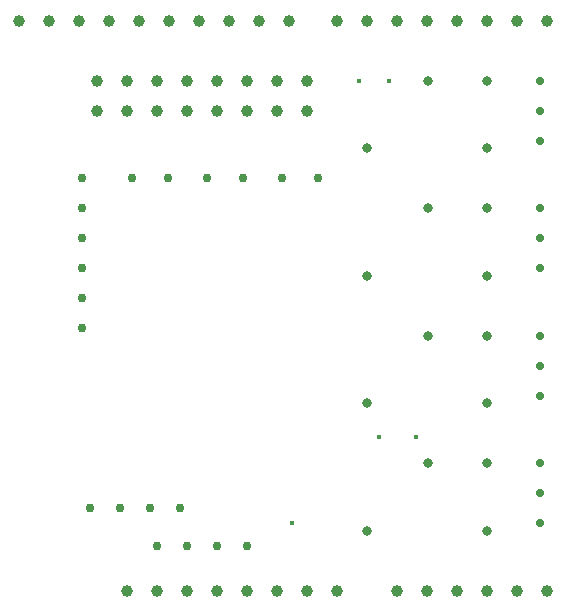
<source format=gbr>
%TF.GenerationSoftware,KiCad,Pcbnew,(7.0.0)*%
%TF.CreationDate,2023-09-07T10:06:40-05:00*%
%TF.ProjectId,AcousticSensor,41636f75-7374-4696-9353-656e736f722e,rev?*%
%TF.SameCoordinates,Original*%
%TF.FileFunction,Plated,1,4,PTH,Drill*%
%TF.FilePolarity,Positive*%
%FSLAX46Y46*%
G04 Gerber Fmt 4.6, Leading zero omitted, Abs format (unit mm)*
G04 Created by KiCad (PCBNEW (7.0.0)) date 2023-09-07 10:06:40*
%MOMM*%
%LPD*%
G01*
G04 APERTURE LIST*
%TA.AperFunction,ViaDrill*%
%ADD10C,0.400000*%
%TD*%
%TA.AperFunction,ComponentDrill*%
%ADD11C,0.710000*%
%TD*%
%TA.AperFunction,ComponentDrill*%
%ADD12C,0.762000*%
%TD*%
%TA.AperFunction,ComponentDrill*%
%ADD13C,0.800000*%
%TD*%
%TA.AperFunction,ComponentDrill*%
%ADD14C,1.000000*%
%TD*%
G04 APERTURE END LIST*
D10*
X141910000Y-91745000D03*
X147574000Y-54356000D03*
X149225000Y-84455000D03*
X150114000Y-54356000D03*
X152400000Y-84455000D03*
D11*
%TO.C,VR1*%
X162865000Y-54280000D03*
X162865000Y-56820000D03*
X162865000Y-59360000D03*
%TO.C,VR2*%
X162865000Y-65075000D03*
X162865000Y-67615000D03*
X162865000Y-70155000D03*
%TO.C,VR3*%
X162865000Y-75870000D03*
X162865000Y-78410000D03*
X162865000Y-80950000D03*
%TO.C,VR4*%
X162865000Y-86665000D03*
X162865000Y-89205000D03*
X162865000Y-91745000D03*
D12*
%TO.C,REF\u002A\u002A*%
X124130000Y-62535000D03*
X124130000Y-65075000D03*
X124130000Y-67615000D03*
X124130000Y-70155000D03*
X124130000Y-72695000D03*
X124130000Y-75235000D03*
%TO.C,U1*%
X124765000Y-90475000D03*
X127305000Y-90475000D03*
%TO.C,B1*%
X128345000Y-62535000D03*
%TO.C,U1*%
X129845000Y-90475000D03*
%TO.C,U2*%
X130480000Y-93650000D03*
%TO.C,B1*%
X131345000Y-62535000D03*
%TO.C,U1*%
X132385000Y-90475000D03*
%TO.C,U2*%
X133020000Y-93650000D03*
%TO.C,B2*%
X134695000Y-62535000D03*
%TO.C,U2*%
X135560000Y-93650000D03*
%TO.C,B2*%
X137695000Y-62535000D03*
%TO.C,U2*%
X138100000Y-93650000D03*
%TO.C,SW1*%
X141045000Y-62535000D03*
X144045000Y-62535000D03*
D13*
%TO.C,R1*%
X148260000Y-59995000D03*
%TO.C,R2*%
X148260000Y-70790000D03*
%TO.C,R3*%
X148260000Y-81585000D03*
%TO.C,R4*%
X148260000Y-92380000D03*
%TO.C,C2*%
X153380000Y-65075000D03*
%TO.C,C1*%
X153420000Y-54280000D03*
%TO.C,C3*%
X153420000Y-75870000D03*
%TO.C,C4*%
X153420000Y-86665000D03*
%TO.C,C2*%
X158380000Y-65075000D03*
%TO.C,C1*%
X158420000Y-54280000D03*
%TO.C,R1*%
X158420000Y-59995000D03*
%TO.C,R2*%
X158420000Y-70790000D03*
%TO.C,C3*%
X158420000Y-75870000D03*
%TO.C,R3*%
X158420000Y-81585000D03*
%TO.C,C4*%
X158420000Y-86665000D03*
%TO.C,R4*%
X158420000Y-92380000D03*
D14*
%TO.C,JP2*%
X118796000Y-49200000D03*
X121336000Y-49200000D03*
X123876000Y-49200000D03*
%TO.C,JP10*%
X125400000Y-54280000D03*
X125400000Y-56820000D03*
%TO.C,JP2*%
X126416000Y-49200000D03*
%TO.C,JP10*%
X127940000Y-54280000D03*
X127940000Y-56820000D03*
%TO.C,JP3*%
X127940000Y-97460000D03*
%TO.C,JP2*%
X128956000Y-49200000D03*
%TO.C,JP10*%
X130480000Y-54280000D03*
X130480000Y-56820000D03*
%TO.C,JP3*%
X130480000Y-97460000D03*
%TO.C,JP2*%
X131496000Y-49200000D03*
%TO.C,JP10*%
X133020000Y-54280000D03*
X133020000Y-56820000D03*
%TO.C,JP3*%
X133020000Y-97460000D03*
%TO.C,JP2*%
X134036000Y-49200000D03*
%TO.C,JP10*%
X135560000Y-54280000D03*
X135560000Y-56820000D03*
%TO.C,JP3*%
X135560000Y-97460000D03*
%TO.C,JP2*%
X136576000Y-49200000D03*
%TO.C,JP10*%
X138100000Y-54280000D03*
X138100000Y-56820000D03*
%TO.C,JP3*%
X138100000Y-97460000D03*
%TO.C,JP2*%
X139116000Y-49200000D03*
%TO.C,JP10*%
X140640000Y-54280000D03*
X140640000Y-56820000D03*
%TO.C,JP3*%
X140640000Y-97460000D03*
%TO.C,JP2*%
X141656000Y-49200000D03*
%TO.C,JP10*%
X143180000Y-54280000D03*
X143180000Y-56820000D03*
%TO.C,JP3*%
X143180000Y-97460000D03*
%TO.C,JP13*%
X145720000Y-49200000D03*
%TO.C,JP3*%
X145720000Y-97460000D03*
%TO.C,JP13*%
X148260000Y-49200000D03*
X150800000Y-49200000D03*
%TO.C,JP4*%
X150800000Y-97460000D03*
%TO.C,JP13*%
X153340000Y-49200000D03*
%TO.C,JP4*%
X153340000Y-97460000D03*
%TO.C,JP13*%
X155880000Y-49200000D03*
%TO.C,JP4*%
X155880000Y-97460000D03*
%TO.C,JP13*%
X158420000Y-49200000D03*
%TO.C,JP4*%
X158420000Y-97460000D03*
%TO.C,JP13*%
X160960000Y-49200000D03*
%TO.C,JP4*%
X160960000Y-97460000D03*
%TO.C,JP13*%
X163500000Y-49200000D03*
%TO.C,JP4*%
X163500000Y-97460000D03*
M02*

</source>
